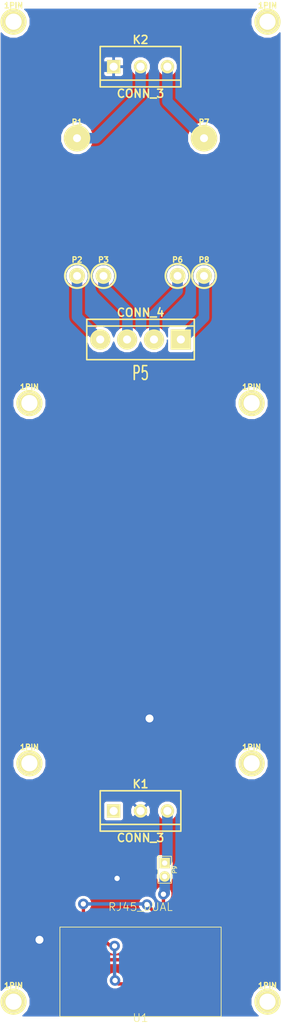
<source format=kicad_pcb>
(kicad_pcb (version 3) (host pcbnew "(2013-may-18)-stable")

  (general
    (links 24)
    (no_connects 0)
    (area 80.88 74.063 138.730501 267.149)
    (thickness 1.6)
    (drawings 12)
    (tracks 83)
    (zones 0)
    (modules 19)
    (nets 12)
  )

  (page A3)
  (layers
    (15 F.Cu signal)
    (0 B.Cu signal)
    (16 B.Adhes user)
    (17 F.Adhes user)
    (18 B.Paste user)
    (19 F.Paste user)
    (20 B.SilkS user)
    (21 F.SilkS user)
    (22 B.Mask user)
    (23 F.Mask user)
    (24 Dwgs.User user)
    (25 Cmts.User user)
    (26 Eco1.User user)
    (27 Eco2.User user)
    (28 Edge.Cuts user)
  )

  (setup
    (last_trace_width 0.64)
    (user_trace_width 0.64)
    (user_trace_width 2)
    (trace_clearance 0.254)
    (zone_clearance 0.508)
    (zone_45_only yes)
    (trace_min 0.254)
    (segment_width 0.2)
    (edge_width 0.15)
    (via_size 2)
    (via_drill 1.5)
    (via_min_size 0.889)
    (via_min_drill 0.508)
    (user_via 2 1)
    (uvia_size 0.508)
    (uvia_drill 0.127)
    (uvias_allowed no)
    (uvia_min_size 0.508)
    (uvia_min_drill 0.127)
    (pcb_text_width 0.3)
    (pcb_text_size 1.5 1.5)
    (mod_edge_width 0.15)
    (mod_text_size 1.5 1.5)
    (mod_text_width 0.15)
    (pad_size 2 2)
    (pad_drill 1)
    (pad_to_mask_clearance 0.2)
    (aux_axis_origin 0 0)
    (visible_elements FFFFFFBF)
    (pcbplotparams
      (layerselection 32769)
      (usegerberextensions false)
      (excludeedgelayer true)
      (linewidth 0.150000)
      (plotframeref false)
      (viasonmask false)
      (mode 1)
      (useauxorigin false)
      (hpglpennumber 1)
      (hpglpenspeed 20)
      (hpglpendiameter 15)
      (hpglpenoverlay 2)
      (psnegative false)
      (psa4output false)
      (plotreference true)
      (plotvalue true)
      (plotothertext true)
      (plotinvisibletext false)
      (padsonsilk false)
      (subtractmaskfromsilk false)
      (outputformat 2)
      (mirror false)
      (drillshape 2)
      (scaleselection 1)
      (outputdirectory ""))
  )

  (net 0 "")
  (net 1 GND)
  (net 2 N-000001)
  (net 3 N-0000010)
  (net 4 N-0000011)
  (net 5 N-0000012)
  (net 6 N-000002)
  (net 7 N-000003)
  (net 8 N-000005)
  (net 9 N-000007)
  (net 10 N-000008)
  (net 11 N-000009)

  (net_class Default "This is the default net class."
    (clearance 0.254)
    (trace_width 0.254)
    (via_dia 2)
    (via_drill 1.5)
    (uvia_dia 0.508)
    (uvia_drill 0.127)
    (add_net "")
    (add_net GND)
    (add_net N-000001)
    (add_net N-0000010)
    (add_net N-0000011)
    (add_net N-0000012)
    (add_net N-000002)
    (add_net N-000003)
    (add_net N-000005)
    (add_net N-000007)
    (add_net N-000008)
    (add_net N-000009)
  )

  (module 1pin (layer F.Cu) (tedit 544C31F1) (tstamp 544C31DA)
    (at 100 100)
    (descr "module 1 pin (ou trou mecanique de percage)")
    (tags DEV)
    (path /544C2F49)
    (fp_text reference P1 (at 0 -3.048) (layer F.SilkS)
      (effects (font (size 1.016 1.016) (thickness 0.254)))
    )
    (fp_text value CONN_1 (at 0 2.794) (layer F.SilkS) hide
      (effects (font (size 1.016 1.016) (thickness 0.254)))
    )
    (fp_circle (center 0 0) (end 0 -2.286) (layer F.SilkS) (width 0.381))
    (pad 1 thru_hole circle (at 0 0) (size 5 5) (drill 1.5)
      (layers *.Cu *.Mask F.SilkS)
      (net 7 N-000003)
    )
  )

  (module 1pin (layer F.Cu) (tedit 544C31F9) (tstamp 544C30FE)
    (at 124 100)
    (descr "module 1 pin (ou trou mecanique de percage)")
    (tags DEV)
    (path /544C2F60)
    (fp_text reference P7 (at 0 -3.048) (layer F.SilkS)
      (effects (font (size 1.016 1.016) (thickness 0.254)))
    )
    (fp_text value CONN_1 (at 0 2.794) (layer F.SilkS) hide
      (effects (font (size 1.016 1.016) (thickness 0.254)))
    )
    (fp_circle (center 0 0) (end 0 -2.286) (layer F.SilkS) (width 0.381))
    (pad 1 thru_hole circle (at 0 0) (size 5 5) (drill 1.5)
      (layers *.Cu *.Mask F.SilkS)
      (net 5 N-0000012)
    )
  )

  (module 1pin (layer F.Cu) (tedit 544C33BD) (tstamp 544C3104)
    (at 100 126)
    (descr "module 1 pin (ou trou mecanique de percage)")
    (tags DEV)
    (path /544C2F6A)
    (fp_text reference P2 (at 0 -3.048) (layer F.SilkS)
      (effects (font (size 1.016 1.016) (thickness 0.254)))
    )
    (fp_text value CONN_1 (at 0 2.794) (layer F.SilkS) hide
      (effects (font (size 1.016 1.016) (thickness 0.254)))
    )
    (fp_circle (center 0 0) (end 0 -2.286) (layer F.SilkS) (width 0.381))
    (pad 1 thru_hole circle (at 0 0) (size 3 3) (drill 1.5)
      (layers *.Cu *.Mask F.SilkS)
      (net 10 N-000008)
    )
  )

  (module 1pin (layer F.Cu) (tedit 544C33C7) (tstamp 544C310A)
    (at 105 126)
    (descr "module 1 pin (ou trou mecanique de percage)")
    (tags DEV)
    (path /544C2F70)
    (fp_text reference P3 (at 0 -3.048) (layer F.SilkS)
      (effects (font (size 1.016 1.016) (thickness 0.254)))
    )
    (fp_text value CONN_1 (at 0 2.794) (layer F.SilkS) hide
      (effects (font (size 1.016 1.016) (thickness 0.254)))
    )
    (fp_circle (center 0 0) (end 0 -2.286) (layer F.SilkS) (width 0.381))
    (pad 1 thru_hole circle (at 0 0) (size 3 3) (drill 1.5)
      (layers *.Cu *.Mask F.SilkS)
      (net 11 N-000009)
    )
  )

  (module 1pin (layer F.Cu) (tedit 544C33D5) (tstamp 544C3110)
    (at 124 126)
    (descr "module 1 pin (ou trou mecanique de percage)")
    (tags DEV)
    (path /544C2F76)
    (fp_text reference P8 (at 0 -3.048) (layer F.SilkS)
      (effects (font (size 1.016 1.016) (thickness 0.254)))
    )
    (fp_text value CONN_1 (at 0 2.794) (layer F.SilkS) hide
      (effects (font (size 1.016 1.016) (thickness 0.254)))
    )
    (fp_circle (center 0 0) (end 0 -2.286) (layer F.SilkS) (width 0.381))
    (pad 1 thru_hole circle (at 0 0) (size 3 3) (drill 1.5)
      (layers *.Cu *.Mask F.SilkS)
      (net 4 N-0000011)
    )
  )

  (module 1pin (layer F.Cu) (tedit 544C33CE) (tstamp 544C3116)
    (at 119 126)
    (descr "module 1 pin (ou trou mecanique de percage)")
    (tags DEV)
    (path /544C2F7C)
    (fp_text reference P6 (at 0 -3.048) (layer F.SilkS)
      (effects (font (size 1.016 1.016) (thickness 0.254)))
    )
    (fp_text value CONN_1 (at 0 2.794) (layer F.SilkS) hide
      (effects (font (size 1.016 1.016) (thickness 0.254)))
    )
    (fp_circle (center 0 0) (end 0 -2.286) (layer F.SilkS) (width 0.381))
    (pad 1 thru_hole circle (at 0 0) (size 3 3) (drill 1.5)
      (layers *.Cu *.Mask F.SilkS)
      (net 3 N-0000010)
    )
  )

  (module bornier4 (layer F.Cu) (tedit 3EC0ED29) (tstamp 544C32FF)
    (at 112 138 180)
    (descr "Bornier d'alimentation 4 pins")
    (tags DEV)
    (path /544C2F84)
    (fp_text reference P5 (at 0 -6.35 180) (layer F.SilkS)
      (effects (font (size 2.6162 1.59766) (thickness 0.3048)))
    )
    (fp_text value CONN_4 (at 0 5.08 180) (layer F.SilkS)
      (effects (font (size 1.524 1.524) (thickness 0.3048)))
    )
    (fp_line (start -10.16 -3.81) (end -10.16 3.81) (layer F.SilkS) (width 0.3048))
    (fp_line (start 10.16 3.81) (end 10.16 -3.81) (layer F.SilkS) (width 0.3048))
    (fp_line (start 10.16 2.54) (end -10.16 2.54) (layer F.SilkS) (width 0.3048))
    (fp_line (start -10.16 -3.81) (end 10.16 -3.81) (layer F.SilkS) (width 0.3048))
    (fp_line (start -10.16 3.81) (end 10.16 3.81) (layer F.SilkS) (width 0.3048))
    (pad 2 thru_hole circle (at -2.54 0 180) (size 3.81 3.81) (drill 1.524)
      (layers *.Cu *.Mask F.SilkS)
      (net 3 N-0000010)
    )
    (pad 3 thru_hole circle (at 2.54 0 180) (size 3.81 3.81) (drill 1.524)
      (layers *.Cu *.Mask F.SilkS)
      (net 11 N-000009)
    )
    (pad 1 thru_hole rect (at -7.62 0 180) (size 3.81 3.81) (drill 1.524)
      (layers *.Cu *.Mask F.SilkS)
      (net 4 N-0000011)
    )
    (pad 4 thru_hole circle (at 7.62 0 180) (size 3.81 3.81) (drill 1.524)
      (layers *.Cu *.Mask F.SilkS)
      (net 10 N-000008)
    )
    (model device/bornier_4.wrl
      (at (xyz 0 0 0))
      (scale (xyz 1 1 1))
      (rotate (xyz 0 0 0))
    )
  )

  (module bornier3 (layer F.Cu) (tedit 3EC0ECFA) (tstamp 544C330B)
    (at 112 227)
    (descr "Bornier d'alimentation 3 pins")
    (tags DEV)
    (path /544C2F9D)
    (fp_text reference K1 (at 0 -5.08) (layer F.SilkS)
      (effects (font (size 1.524 1.524) (thickness 0.3048)))
    )
    (fp_text value CONN_3 (at 0 5.08) (layer F.SilkS)
      (effects (font (size 1.524 1.524) (thickness 0.3048)))
    )
    (fp_line (start -7.62 3.81) (end -7.62 -3.81) (layer F.SilkS) (width 0.3048))
    (fp_line (start 7.62 3.81) (end 7.62 -3.81) (layer F.SilkS) (width 0.3048))
    (fp_line (start -7.62 2.54) (end 7.62 2.54) (layer F.SilkS) (width 0.3048))
    (fp_line (start -7.62 -3.81) (end 7.62 -3.81) (layer F.SilkS) (width 0.3048))
    (fp_line (start -7.62 3.81) (end 7.62 3.81) (layer F.SilkS) (width 0.3048))
    (pad 1 thru_hole rect (at -5.08 0) (size 2.54 2.54) (drill 1.524)
      (layers *.Cu *.Mask F.SilkS)
    )
    (pad 2 thru_hole circle (at 0 0) (size 2.54 2.54) (drill 1.524)
      (layers *.Cu *.Mask F.SilkS)
      (net 1 GND)
    )
    (pad 3 thru_hole circle (at 5.08 0) (size 2.54 2.54) (drill 1.524)
      (layers *.Cu *.Mask F.SilkS)
      (net 8 N-000005)
    )
    (model device/bornier_3.wrl
      (at (xyz 0 0 0))
      (scale (xyz 1 1 1))
      (rotate (xyz 0 0 0))
    )
  )

  (module 1pin (layer F.Cu) (tedit 544D63A9) (tstamp 544C8B48)
    (at 91 150)
    (descr "module 1 pin (ou trou mecanique de percage)")
    (tags DEV)
    (path 1pin)
    (fp_text reference 1PIN (at 0 -3.048) (layer F.SilkS)
      (effects (font (size 1.016 1.016) (thickness 0.254)))
    )
    (fp_text value P*** (at 0 2.794) (layer F.SilkS) hide
      (effects (font (size 1.016 1.016) (thickness 0.254)))
    )
    (fp_circle (center 0 0) (end 0 -2.286) (layer F.SilkS) (width 0.381))
    (pad 1 thru_hole circle (at 0 0) (size 4.064 4.064) (drill 3.048)
      (layers *.Cu *.Mask F.SilkS)
      (clearance 1)
    )
  )

  (module 1pin (layer F.Cu) (tedit 544D63A0) (tstamp 544C8B59)
    (at 133 150)
    (descr "module 1 pin (ou trou mecanique de percage)")
    (tags DEV)
    (path 1pin)
    (fp_text reference 1PIN (at 0 -3.048) (layer F.SilkS)
      (effects (font (size 1.016 1.016) (thickness 0.254)))
    )
    (fp_text value P*** (at 0 2.794) (layer F.SilkS) hide
      (effects (font (size 1.016 1.016) (thickness 0.254)))
    )
    (fp_circle (center 0 0) (end 0 -2.286) (layer F.SilkS) (width 0.381))
    (pad 1 thru_hole circle (at 0 0) (size 4.064 4.064) (drill 3.048)
      (layers *.Cu *.Mask F.SilkS)
      (clearance 1)
    )
  )

  (module 1pin (layer F.Cu) (tedit 544D6575) (tstamp 544C8B8B)
    (at 91 218)
    (descr "module 1 pin (ou trou mecanique de percage)")
    (tags DEV)
    (path 1pin)
    (fp_text reference 1PIN (at 0 -3.048) (layer F.SilkS)
      (effects (font (size 1.016 1.016) (thickness 0.254)))
    )
    (fp_text value P*** (at 0 2.794) (layer F.SilkS) hide
      (effects (font (size 1.016 1.016) (thickness 0.254)))
    )
    (fp_circle (center 0 0) (end 0 -2.286) (layer F.SilkS) (width 0.381))
    (pad 1 thru_hole circle (at 0 0) (size 4.064 4.064) (drill 3.048)
      (layers *.Cu *.Mask F.SilkS)
      (clearance 1)
    )
  )

  (module 1pin (layer F.Cu) (tedit 544D64F4) (tstamp 544C8BA1)
    (at 133 218)
    (descr "module 1 pin (ou trou mecanique de percage)")
    (tags DEV)
    (path 1pin)
    (fp_text reference 1PIN (at 0 -3.048) (layer F.SilkS)
      (effects (font (size 1.016 1.016) (thickness 0.254)))
    )
    (fp_text value P*** (at 0 2.794) (layer F.SilkS) hide
      (effects (font (size 1.016 1.016) (thickness 0.254)))
    )
    (fp_circle (center 0 0) (end 0 -2.286) (layer F.SilkS) (width 0.381))
    (pad 1 thru_hole circle (at 0 0) (size 4.064 4.064) (drill 3.048)
      (layers *.Cu *.Mask F.SilkS)
      (clearance 1)
    )
  )

  (module 1pin (layer F.Cu) (tedit 544D6398) (tstamp 544DB6A8)
    (at 136 78)
    (descr "module 1 pin (ou trou mecanique de percage)")
    (tags DEV)
    (path 1pin)
    (fp_text reference 1PIN (at 0 -3.048) (layer F.SilkS)
      (effects (font (size 1.016 1.016) (thickness 0.254)))
    )
    (fp_text value P*** (at 0 2.794) (layer F.SilkS) hide
      (effects (font (size 1.016 1.016) (thickness 0.254)))
    )
    (fp_circle (center 0 0) (end 0 -2.286) (layer F.SilkS) (width 0.381))
    (pad 1 thru_hole circle (at 0 0) (size 4.064 4.064) (drill 3.048)
      (layers *.Cu *.Mask F.SilkS)
      (clearance 1)
    )
  )

  (module PIN_ARRAY_2X1 (layer F.Cu) (tedit 544D683D) (tstamp 544DB6C4)
    (at 116.57 238.1 270)
    (descr "Connecteurs 2 pins")
    (tags "CONN DEV")
    (path /544D6287)
    (fp_text reference P9 (at 0 -1.905 270) (layer F.SilkS)
      (effects (font (size 0.762 0.762) (thickness 0.1524)))
    )
    (fp_text value FUSE (at 0 -1.905 270) (layer F.SilkS) hide
      (effects (font (size 0.762 0.762) (thickness 0.1524)))
    )
    (fp_line (start -2.54 1.27) (end -2.54 -1.27) (layer F.SilkS) (width 0.1524))
    (fp_line (start -2.54 -1.27) (end 2.54 -1.27) (layer F.SilkS) (width 0.1524))
    (fp_line (start 2.54 -1.27) (end 2.54 1.27) (layer F.SilkS) (width 0.1524))
    (fp_line (start 2.54 1.27) (end -2.54 1.27) (layer F.SilkS) (width 0.1524))
    (pad 1 thru_hole rect (at -1.27 0 270) (size 2 2) (drill 1)
      (layers *.Cu *.Mask F.SilkS)
      (net 8 N-000005)
    )
    (pad 2 thru_hole circle (at 1.27 0 270) (size 2 2) (drill 1)
      (layers *.Cu *.Mask F.SilkS)
      (net 9 N-000007)
    )
    (model pin_array/pins_array_2x1.wrl
      (at (xyz 0 0 0))
      (scale (xyz 1 1 1))
      (rotate (xyz 0 0 0))
    )
  )

  (module 1pin (layer F.Cu) (tedit 544D6569) (tstamp 544DB716)
    (at 88 78)
    (descr "module 1 pin (ou trou mecanique de percage)")
    (tags DEV)
    (path 1pin)
    (fp_text reference 1PIN (at 0 -3.048) (layer F.SilkS)
      (effects (font (size 1.016 1.016) (thickness 0.254)))
    )
    (fp_text value P*** (at 0 2.794) (layer F.SilkS) hide
      (effects (font (size 1.016 1.016) (thickness 0.254)))
    )
    (fp_circle (center 0 0) (end 0 -2.286) (layer F.SilkS) (width 0.381))
    (pad 1 thru_hole circle (at 0 0) (size 4.064 4.064) (drill 3.048)
      (layers *.Cu *.Mask F.SilkS)
      (clearance 1)
    )
  )

  (module 1pin (layer F.Cu) (tedit 544D657C) (tstamp 544DB72F)
    (at 88 263)
    (descr "module 1 pin (ou trou mecanique de percage)")
    (tags DEV)
    (path 1pin)
    (fp_text reference 1PIN (at 0 -3.048) (layer F.SilkS)
      (effects (font (size 1.016 1.016) (thickness 0.254)))
    )
    (fp_text value P*** (at 0 2.794) (layer F.SilkS) hide
      (effects (font (size 1.016 1.016) (thickness 0.254)))
    )
    (fp_circle (center 0 0) (end 0 -2.286) (layer F.SilkS) (width 0.381))
    (pad 1 thru_hole circle (at 0 0) (size 4.064 4.064) (drill 3.048)
      (layers *.Cu *.Mask F.SilkS)
      (clearance 1)
    )
  )

  (module 1pin (layer F.Cu) (tedit 544D64ED) (tstamp 544DB74D)
    (at 136 263)
    (descr "module 1 pin (ou trou mecanique de percage)")
    (tags DEV)
    (path 1pin)
    (fp_text reference 1PIN (at 0 -3.048) (layer F.SilkS)
      (effects (font (size 1.016 1.016) (thickness 0.254)))
    )
    (fp_text value P*** (at 0 2.794) (layer F.SilkS) hide
      (effects (font (size 1.016 1.016) (thickness 0.254)))
    )
    (fp_circle (center 0 0) (end 0 -2.286) (layer F.SilkS) (width 0.381))
    (pad 1 thru_hole circle (at 0 0) (size 4.064 4.064) (drill 3.048)
      (layers *.Cu *.Mask F.SilkS)
      (clearance 1)
    )
  )

  (module bornier3 (layer F.Cu) (tedit 3EC0ECFA) (tstamp 544FF6DF)
    (at 112 86.5)
    (descr "Bornier d'alimentation 3 pins")
    (tags DEV)
    (path /544FF6DC)
    (fp_text reference K2 (at 0 -5.08) (layer F.SilkS)
      (effects (font (size 1.524 1.524) (thickness 0.3048)))
    )
    (fp_text value CONN_3 (at 0 5.08) (layer F.SilkS)
      (effects (font (size 1.524 1.524) (thickness 0.3048)))
    )
    (fp_line (start -7.62 3.81) (end -7.62 -3.81) (layer F.SilkS) (width 0.3048))
    (fp_line (start 7.62 3.81) (end 7.62 -3.81) (layer F.SilkS) (width 0.3048))
    (fp_line (start -7.62 2.54) (end 7.62 2.54) (layer F.SilkS) (width 0.3048))
    (fp_line (start -7.62 -3.81) (end 7.62 -3.81) (layer F.SilkS) (width 0.3048))
    (fp_line (start -7.62 3.81) (end 7.62 3.81) (layer F.SilkS) (width 0.3048))
    (pad 1 thru_hole rect (at -5.08 0) (size 2.54 2.54) (drill 1.524)
      (layers *.Cu *.Mask F.SilkS)
      (net 1 GND)
    )
    (pad 2 thru_hole circle (at 0 0) (size 2.54 2.54) (drill 1.524)
      (layers *.Cu *.Mask F.SilkS)
      (net 7 N-000003)
    )
    (pad 3 thru_hole circle (at 5.08 0) (size 2.54 2.54) (drill 1.524)
      (layers *.Cu *.Mask F.SilkS)
      (net 5 N-0000012)
    )
    (model device/bornier_3.wrl
      (at (xyz 0 0 0))
      (scale (xyz 1 1 1))
      (rotate (xyz 0 0 0))
    )
  )

  (module RJ45_DUAL (layer F.Cu) (tedit 544FFA6D) (tstamp 544D5D64)
    (at 112 249.56)
    (path /544D5C0C)
    (fp_text reference U1 (at 0 16.51) (layer F.SilkS)
      (effects (font (size 1.5 1.5) (thickness 0.15)))
    )
    (fp_text value RJ45_DUAL (at 0 -4.445) (layer F.SilkS)
      (effects (font (size 1.5 1.5) (thickness 0.15)))
    )
    (fp_line (start 15.24 15.24) (end 15.24 16.255) (layer F.SilkS) (width 0.15))
    (fp_line (start -15.24 15.24) (end -15.24 16.255) (layer F.SilkS) (width 0.15))
    (fp_line (start -15.24 16.255) (end 15.24 16.255) (layer F.SilkS) (width 0.15))
    (fp_line (start 15.24 -0.635) (end 15.24 15.24) (layer F.SilkS) (width 0.15))
    (fp_line (start -15.24 15.24) (end -15.24 -0.635) (layer F.SilkS) (width 0.15))
    (fp_line (start -15.24 -0.635) (end 15.24 -0.635) (layer F.SilkS) (width 0.15))
    (pad 5 smd rect (at -6.985 -1.27) (size 0.64 2.54)
      (layers F.Cu F.Paste F.Mask)
      (net 2 N-000001)
    )
    (pad 6 smd rect (at -5.715 -1.27) (size 0.64 2.54)
      (layers F.Cu F.Paste F.Mask)
      (net 1 GND)
    )
    (pad 7 smd rect (at -4.445 -1.27) (size 0.64 2.54)
      (layers F.Cu F.Paste F.Mask)
      (net 1 GND)
    )
    (pad 8 smd rect (at -3.175 -1.27) (size 0.64 2.54)
      (layers F.Cu F.Paste F.Mask)
      (net 1 GND)
    )
    (pad 4 smd rect (at -8.255 -1.27) (size 0.64 2.54)
      (layers F.Cu F.Paste F.Mask)
      (net 6 N-000002)
    )
    (pad 3 smd rect (at -9.525 -1.27) (size 0.64 2.54)
      (layers F.Cu F.Paste F.Mask)
      (net 9 N-000007)
    )
    (pad 2 smd rect (at -10.795 -1.27) (size 0.64 2.54)
      (layers F.Cu F.Paste F.Mask)
      (net 9 N-000007)
    )
    (pad 1 smd rect (at -12.065 -1.27) (size 0.64 2.54)
      (layers F.Cu F.Paste F.Mask)
      (net 9 N-000007)
    )
    (pad 9 smd rect (at 3.175 -1.27) (size 0.64 2.54)
      (layers F.Cu F.Paste F.Mask)
      (net 9 N-000007)
    )
    (pad 10 smd rect (at 4.445 -1.27) (size 0.64 2.54)
      (layers F.Cu F.Paste F.Mask)
      (net 9 N-000007)
    )
    (pad 11 smd rect (at 5.715 -1.27) (size 0.64 2.54)
      (layers F.Cu F.Paste F.Mask)
      (net 9 N-000007)
    )
    (pad 12 smd rect (at 6.985 -1.27) (size 0.64 2.54)
      (layers F.Cu F.Paste F.Mask)
      (net 6 N-000002)
    )
    (pad 13 smd rect (at 8.255 -1.27) (size 0.64 2.54)
      (layers F.Cu F.Paste F.Mask)
      (net 2 N-000001)
    )
    (pad 14 smd rect (at 9.525 -1.27) (size 0.64 2.54)
      (layers F.Cu F.Paste F.Mask)
      (net 1 GND)
    )
    (pad 15 smd rect (at 10.795 -1.27) (size 0.64 2.54)
      (layers F.Cu F.Paste F.Mask)
      (net 1 GND)
    )
    (pad 16 smd rect (at 12.065 -1.27) (size 0.64 2.54)
      (layers F.Cu F.Paste F.Mask)
      (net 1 GND)
    )
    (pad 17 smd rect (at -13.97 10.525) (size 2.53 5.21)
      (layers F.Cu F.Paste F.Mask)
      (net 1 GND)
    )
    (pad 18 smd rect (at 13.97 10.525) (size 2.53 5.21)
      (layers F.Cu F.Paste F.Mask)
      (net 1 GND)
    )
  )

  (gr_line (start 138.46 264.46) (end 138.43 264.46) (angle 90) (layer Eco2.User) (width 0.2))
  (gr_line (start 138.46 265.84) (end 138.46 264.46) (angle 90) (layer Eco2.User) (width 0.2))
  (gr_line (start 85.55 264.74) (end 85.55 265.76) (angle 90) (layer Eco2.User) (width 0.2))
  (gr_text VSCP_POWER (at 88.28 238.25 90) (layer F.Cu)
    (effects (font (size 1.5 1.5) (thickness 0.3)))
  )
  (gr_line (start 85.54 215.51) (end 85.55 215.51) (angle 90) (layer Eco2.User) (width 0.2))
  (gr_line (start 85.54 75.53) (end 85.54 215.51) (angle 90) (layer Eco2.User) (width 0.2))
  (gr_line (start 138.45 75.53) (end 85.54 75.53) (angle 90) (layer Eco2.User) (width 0.2))
  (gr_line (start 138.45 74.96) (end 138.44 74.96) (angle 90) (layer Eco2.User) (width 0.2))
  (gr_line (start 138.45 264.46) (end 138.45 74.96) (angle 90) (layer Eco2.User) (width 0.2))
  (gr_line (start 85.55 264.8) (end 85.57 264.8) (angle 90) (layer Eco2.User) (width 0.2))
  (gr_line (start 85.55 215.54) (end 85.55 264.8) (angle 90) (layer Eco2.User) (width 0.2))
  (gr_line (start 85.58 265.83) (end 138.41 265.83) (angle 90) (layer Eco2.User) (width 0.2))

  (segment (start 127.86 248.07) (end 124.285 248.07) (width 0.64) (layer F.Cu) (net 1) (status 800000))
  (segment (start 124.285 248.07) (end 124.065 248.29) (width 0.64) (layer F.Cu) (net 1) (tstamp 546A6941) (status C00000))
  (segment (start 131.84 243.54) (end 131.84 244.21) (width 2) (layer F.Cu) (net 1))
  (segment (start 127.98 248.07) (end 127.86 248.07) (width 2) (layer F.Cu) (net 1) (tstamp 546A6933))
  (segment (start 127.86 248.07) (end 127.71 248.07) (width 2) (layer F.Cu) (net 1) (tstamp 546A693F))
  (segment (start 131.84 244.21) (end 127.98 248.07) (width 2) (layer F.Cu) (net 1) (tstamp 546A6932))
  (segment (start 107.57 239.73) (end 107.57 248.275) (width 0.64) (layer F.Cu) (net 1))
  (segment (start 112 235.3) (end 107.57 239.73) (width 2) (layer B.Cu) (net 1) (tstamp 544DB805))
  (via (at 107.57 239.73) (size 2) (drill 1) (layers F.Cu B.Cu) (net 1))
  (segment (start 112 227) (end 112 235.3) (width 2) (layer B.Cu) (net 1))
  (segment (start 107.57 248.275) (end 107.555 248.29) (width 0.64) (layer F.Cu) (net 1) (tstamp 544DB809))
  (segment (start 125.97 260.085) (end 125.97 258.76) (width 2) (layer F.Cu) (net 1))
  (segment (start 113.61 209.45) (end 99.95 209.45) (width 2) (layer B.Cu) (net 1) (tstamp 544FF774))
  (segment (start 113.7 209.54) (end 113.61 209.45) (width 2) (layer B.Cu) (net 1) (tstamp 544FF773))
  (via (at 113.7 209.54) (size 2) (layers F.Cu B.Cu) (net 1))
  (segment (start 114.51 209.54) (end 113.7 209.54) (width 2) (layer F.Cu) (net 1) (tstamp 544FF76B))
  (segment (start 131.84 226.87) (end 114.51 209.54) (width 2) (layer F.Cu) (net 1) (tstamp 544FF76A))
  (segment (start 131.84 252.89) (end 131.84 243.54) (width 2) (layer F.Cu) (net 1) (tstamp 544FF763))
  (segment (start 131.84 243.54) (end 131.84 226.87) (width 2) (layer F.Cu) (net 1) (tstamp 546A6930))
  (segment (start 125.97 258.76) (end 131.84 252.89) (width 2) (layer F.Cu) (net 1) (tstamp 544FF762))
  (segment (start 106.92 86.5) (end 98.66 86.5) (width 2) (layer B.Cu) (net 1))
  (segment (start 96.505 260.085) (end 98.03 260.085) (width 2) (layer F.Cu) (net 1) (tstamp 544FF730))
  (segment (start 92.9 256.48) (end 96.505 260.085) (width 2) (layer F.Cu) (net 1) (tstamp 544FF72B))
  (segment (start 92.9 251.32) (end 92.9 256.48) (width 2) (layer F.Cu) (net 1) (tstamp 544FF72A))
  (via (at 92.9 251.32) (size 2) (layers F.Cu B.Cu) (net 1))
  (segment (start 92.9 239.28) (end 92.9 251.32) (width 2) (layer B.Cu) (net 1) (tstamp 544FF722))
  (segment (start 99.95 232.23) (end 92.9 239.28) (width 2) (layer B.Cu) (net 1) (tstamp 544FF71B))
  (segment (start 99.95 146.68) (end 99.95 209.45) (width 2) (layer B.Cu) (net 1) (tstamp 544FF71A))
  (segment (start 99.95 209.45) (end 99.95 232.23) (width 2) (layer B.Cu) (net 1) (tstamp 544FF777))
  (segment (start 91.95 138.68) (end 99.95 146.68) (width 2) (layer B.Cu) (net 1) (tstamp 544FF715))
  (segment (start 91.95 93.21) (end 91.95 138.68) (width 2) (layer B.Cu) (net 1) (tstamp 544FF713))
  (segment (start 98.66 86.5) (end 91.95 93.21) (width 2) (layer B.Cu) (net 1) (tstamp 544FF70E))
  (segment (start 120.255 248.29) (end 120.255 258.645) (width 0.64) (layer F.Cu) (net 2))
  (segment (start 105.015 251.245) (end 105.015 248.29) (width 0.64) (layer F.Cu) (net 2) (tstamp 544DB7D6))
  (segment (start 106.07 252.3) (end 105.015 251.245) (width 0.64) (layer F.Cu) (net 2) (tstamp 544DB7D5))
  (segment (start 106.91 252.3) (end 106.07 252.3) (width 0.64) (layer F.Cu) (net 2) (tstamp 544DB7D4))
  (segment (start 107.1 252.49) (end 106.91 252.3) (width 0.64) (layer F.Cu) (net 2) (tstamp 544DB7D3))
  (via (at 107.1 252.49) (size 2) (drill 1) (layers F.Cu B.Cu) (net 2))
  (segment (start 107.1 258.92) (end 107.1 252.49) (width 0.64) (layer B.Cu) (net 2) (tstamp 544DB7D1))
  (segment (start 107.18 259) (end 107.1 258.92) (width 0.64) (layer B.Cu) (net 2) (tstamp 544DB7D0))
  (via (at 107.18 259) (size 2) (drill 1) (layers F.Cu B.Cu) (net 2))
  (segment (start 107.83 259.65) (end 107.18 259) (width 0.64) (layer F.Cu) (net 2) (tstamp 544DB7CE))
  (segment (start 119.25 259.65) (end 107.83 259.65) (width 0.64) (layer F.Cu) (net 2) (tstamp 544DB7CD))
  (segment (start 120.255 258.645) (end 119.25 259.65) (width 0.64) (layer F.Cu) (net 2) (tstamp 544DB7CC))
  (segment (start 119 126) (end 119 128.85) (width 2) (layer B.Cu) (net 3))
  (segment (start 114.61 133.24) (end 114.61 138.18) (width 2) (layer B.Cu) (net 3) (tstamp 544C33EF))
  (segment (start 119 128.85) (end 114.61 133.24) (width 2) (layer B.Cu) (net 3) (tstamp 544C33EB))
  (segment (start 124 126) (end 124 133.87) (width 2) (layer B.Cu) (net 4))
  (segment (start 124 133.87) (end 119.69 138.18) (width 2) (layer B.Cu) (net 4) (tstamp 544C33F3))
  (segment (start 117.08 86.5) (end 117.08 93.08) (width 2) (layer B.Cu) (net 5))
  (segment (start 117.08 93.08) (end 124 100) (width 2) (layer B.Cu) (net 5) (tstamp 544FF701))
  (segment (start 118.985 248.29) (end 118.985 253.625) (width 0.64) (layer F.Cu) (net 6))
  (segment (start 103.745 253.785) (end 103.745 248.29) (width 0.64) (layer F.Cu) (net 6) (tstamp 544D5F4A))
  (segment (start 105.05 255.09) (end 103.745 253.785) (width 0.64) (layer F.Cu) (net 6) (tstamp 544D5F46))
  (segment (start 117.52 255.09) (end 105.05 255.09) (width 0.64) (layer F.Cu) (net 6) (tstamp 544D5F44))
  (segment (start 118.985 253.625) (end 117.52 255.09) (width 0.64) (layer F.Cu) (net 6) (tstamp 544D5F41))
  (segment (start 112 86.5) (end 112 91.58) (width 2) (layer B.Cu) (net 7))
  (segment (start 103.58 100) (end 100 100) (width 2) (layer B.Cu) (net 7) (tstamp 544FF6FB))
  (segment (start 112 91.58) (end 103.58 100) (width 2) (layer B.Cu) (net 7) (tstamp 544FF6FA))
  (segment (start 117.08 227) (end 117.08 236.32) (width 2) (layer B.Cu) (net 8))
  (segment (start 117.08 236.32) (end 116.57 236.83) (width 2) (layer B.Cu) (net 8) (tstamp 544DB6DE))
  (segment (start 115.175 248.29) (end 115.175 246.645) (width 0.64) (layer F.Cu) (net 9))
  (segment (start 101.205 244.565) (end 101.205 248.29) (width 0.64) (layer F.Cu) (net 9) (tstamp 544DB7C8))
  (segment (start 101.19 244.55) (end 101.205 244.565) (width 0.64) (layer F.Cu) (net 9) (tstamp 544DB7C7))
  (via (at 101.19 244.55) (size 2) (drill 1) (layers F.Cu B.Cu) (net 9))
  (segment (start 113.08 244.55) (end 101.19 244.55) (width 0.64) (layer B.Cu) (net 9) (tstamp 544DB7C5))
  (segment (start 113.21 244.68) (end 113.08 244.55) (width 0.64) (layer B.Cu) (net 9) (tstamp 544DB7C4))
  (via (at 113.21 244.68) (size 2) (drill 1) (layers F.Cu B.Cu) (net 9))
  (segment (start 115.175 246.645) (end 113.21 244.68) (width 0.64) (layer F.Cu) (net 9) (tstamp 544DB7C2))
  (segment (start 116.33 242.72) (end 116.33 248.175) (width 0.64) (layer F.Cu) (net 9))
  (segment (start 116.57 242.48) (end 116.33 242.72) (width 2) (layer B.Cu) (net 9) (tstamp 544DB7BA))
  (via (at 116.33 242.72) (size 2) (drill 1) (layers F.Cu B.Cu) (net 9))
  (segment (start 116.57 239.37) (end 116.57 242.48) (width 2) (layer B.Cu) (net 9))
  (segment (start 116.33 248.175) (end 116.445 248.29) (width 0.64) (layer F.Cu) (net 9) (tstamp 544DB7BE))
  (segment (start 116.445 248.29) (end 117.715 248.29) (width 0.64) (layer F.Cu) (net 9))
  (segment (start 116.445 248.29) (end 115.175 248.29) (width 0.64) (layer F.Cu) (net 9))
  (segment (start 101.205 248.29) (end 102.475 248.29) (width 0.64) (layer F.Cu) (net 9))
  (segment (start 99.935 248.29) (end 101.205 248.29) (width 0.64) (layer F.Cu) (net 9))
  (segment (start 100 126) (end 100 133.73) (width 2) (layer B.Cu) (net 10))
  (segment (start 100 133.73) (end 104.45 138.18) (width 2) (layer B.Cu) (net 10) (tstamp 544C33DA))
  (segment (start 105 126) (end 105 128.12) (width 2) (layer B.Cu) (net 11))
  (segment (start 109.53 132.65) (end 109.53 138.18) (width 2) (layer B.Cu) (net 11) (tstamp 544C33E5))
  (segment (start 105 128.12) (end 109.53 132.65) (width 2) (layer B.Cu) (net 11) (tstamp 544C33E0))

  (zone (net 0) (net_name "") (layer F.Cu) (tstamp 544DB794) (hatch edge 0.508)
    (connect_pads (clearance 0.508))
    (min_thickness 0.254)
    (keepout (tracks not_allowed) (vias not_allowed) (copperpour allowed))
    (fill (arc_segments 16) (thermal_gap 0.508) (thermal_bridge_width 0.508))
    (polygon
      (pts
        (xy 89.52 230.61) (xy 89.51 230.6) (xy 89.52 230.6)
      )
    )
  )
  (zone (net 0) (net_name "") (layer F.Cu) (tstamp 544DB796) (hatch edge 0.508)
    (connect_pads (clearance 0.508))
    (min_thickness 0.254)
    (keepout (tracks not_allowed) (vias not_allowed) (copperpour allowed))
    (fill (arc_segments 16) (thermal_gap 0.508) (thermal_bridge_width 0.508))
    (polygon
      (pts
        (xy 89.52 246.25) (xy 86.59 246.25) (xy 86.59 230.61) (xy 89.52 230.61)
      )
    )
  )
  (zone (net 1) (net_name GND) (layer F.Cu) (tstamp 54505DC5) (hatch edge 0.508)
    (connect_pads (clearance 0.508))
    (min_thickness 0.254)
    (fill (arc_segments 16) (thermal_gap 0.508) (thermal_bridge_width 0.508))
    (polygon
      (pts
        (xy 138.43 265.79) (xy 85.56 265.79) (xy 85.56 75.55) (xy 138.43 75.55)
      )
    )
    (filled_polygon
      (pts
        (xy 138.303 260.835619) (xy 137.791766 260.323492) (xy 136.631121 259.84155) (xy 136.159547 259.841138) (xy 136.159547 217.374393)
        (xy 136.159547 149.374393) (xy 135.679631 148.212908) (xy 134.791766 147.323492) (xy 133.631121 146.84155) (xy 132.374393 146.840453)
        (xy 131.212908 147.320369) (xy 130.323492 148.208234) (xy 129.84155 149.368879) (xy 129.840453 150.625607) (xy 130.320369 151.787092)
        (xy 131.208234 152.676508) (xy 132.368879 153.15845) (xy 133.625607 153.159547) (xy 134.787092 152.679631) (xy 135.676508 151.791766)
        (xy 136.15845 150.631121) (xy 136.159547 149.374393) (xy 136.159547 217.374393) (xy 135.679631 216.212908) (xy 134.791766 215.323492)
        (xy 133.631121 214.84155) (xy 132.374393 214.840453) (xy 131.212908 215.320369) (xy 130.323492 216.208234) (xy 129.84155 217.368879)
        (xy 129.840453 218.625607) (xy 130.320369 219.787092) (xy 131.208234 220.676508) (xy 132.368879 221.15845) (xy 133.625607 221.159547)
        (xy 134.787092 220.679631) (xy 135.676508 219.791766) (xy 136.15845 218.631121) (xy 136.159547 217.374393) (xy 136.159547 259.841138)
        (xy 135.374393 259.840453) (xy 134.212908 260.320369) (xy 133.323492 261.208234) (xy 132.84155 262.368879) (xy 132.840453 263.625607)
        (xy 133.320369 264.787092) (xy 134.194749 265.663) (xy 127.87011 265.663) (xy 127.87011 262.564245) (xy 127.87011 257.605755)
        (xy 127.869889 257.353136) (xy 127.773013 257.119832) (xy 127.594229 256.941359) (xy 127.360755 256.84489) (xy 127.135543 256.844912)
        (xy 127.135543 99.379146) (xy 126.659273 98.226485) (xy 125.778153 97.343826) (xy 124.626326 96.865546) (xy 123.379146 96.864457)
        (xy 122.226485 97.340727) (xy 121.343826 98.221847) (xy 120.865546 99.373674) (xy 120.864457 100.620854) (xy 121.340727 101.773515)
        (xy 122.221847 102.656174) (xy 123.373674 103.134454) (xy 124.620854 103.135543) (xy 125.773515 102.659273) (xy 126.656174 101.778153)
        (xy 127.134454 100.626326) (xy 127.135543 99.379146) (xy 127.135543 256.844912) (xy 126.25575 256.845) (xy 126.13537 256.96538)
        (xy 126.13537 125.577185) (xy 125.81102 124.7922) (xy 125.210959 124.191091) (xy 124.426541 123.865372) (xy 123.577185 123.86463)
        (xy 122.7922 124.18898) (xy 122.191091 124.789041) (xy 121.865372 125.573459) (xy 121.86463 126.422815) (xy 122.18898 127.2078)
        (xy 122.789041 127.808909) (xy 123.573459 128.134628) (xy 124.422815 128.13537) (xy 125.2078 127.81102) (xy 125.808909 127.210959)
        (xy 126.134628 126.426541) (xy 126.13537 125.577185) (xy 126.13537 256.96538) (xy 126.097 257.00375) (xy 126.097 259.958)
        (xy 127.71125 259.958) (xy 127.87 259.79925) (xy 127.87011 257.605755) (xy 127.87011 262.564245) (xy 127.87 260.37075)
        (xy 127.71125 260.212) (xy 126.097 260.212) (xy 126.097 263.16625) (xy 126.25575 263.325) (xy 127.360755 263.32511)
        (xy 127.594229 263.228641) (xy 127.773013 263.050168) (xy 127.869889 262.816864) (xy 127.87011 262.564245) (xy 127.87011 265.663)
        (xy 125.843 265.663) (xy 125.843 263.16625) (xy 125.843 260.212) (xy 125.843 259.958) (xy 125.843 257.00375)
        (xy 125.68425 256.845) (xy 125.02011 256.844933) (xy 125.02011 249.434245) (xy 125.02011 247.145755) (xy 125.019889 246.893136)
        (xy 124.923013 246.659832) (xy 124.744229 246.481359) (xy 124.510755 246.38489) (xy 124.35075 246.385) (xy 124.192 246.54375)
        (xy 124.192 248.163) (xy 124.86125 248.163) (xy 125.02 248.00425) (xy 125.02011 247.145755) (xy 125.02011 249.434245)
        (xy 125.02 248.57575) (xy 124.86125 248.417) (xy 124.192 248.417) (xy 124.192 250.03625) (xy 124.35075 250.195)
        (xy 124.510755 250.19511) (xy 124.744229 250.098641) (xy 124.923013 249.920168) (xy 125.019889 249.686864) (xy 125.02011 249.434245)
        (xy 125.02011 256.844933) (xy 124.579245 256.84489) (xy 124.345771 256.941359) (xy 124.166987 257.119832) (xy 124.070111 257.353136)
        (xy 124.06989 257.605755) (xy 124.07 259.79925) (xy 124.22875 259.958) (xy 125.843 259.958) (xy 125.843 260.212)
        (xy 124.22875 260.212) (xy 124.07 260.37075) (xy 124.06989 262.564245) (xy 124.070111 262.816864) (xy 124.166987 263.050168)
        (xy 124.345771 263.228641) (xy 124.579245 263.32511) (xy 125.68425 263.325) (xy 125.843 263.16625) (xy 125.843 265.663)
        (xy 123.938 265.663) (xy 123.938 250.03625) (xy 123.938 248.417) (xy 123.938 248.163) (xy 123.938 246.54375)
        (xy 123.77925 246.385) (xy 123.619245 246.38489) (xy 123.43 246.463084) (xy 123.240755 246.38489) (xy 123.08075 246.385)
        (xy 122.922 246.54375) (xy 122.922 248.163) (xy 123.26875 248.163) (xy 123.59125 248.163) (xy 123.938 248.163)
        (xy 123.938 248.417) (xy 123.59125 248.417) (xy 123.26875 248.417) (xy 122.922 248.417) (xy 122.922 250.03625)
        (xy 123.08075 250.195) (xy 123.240755 250.19511) (xy 123.43 250.116915) (xy 123.619245 250.19511) (xy 123.77925 250.195)
        (xy 123.938 250.03625) (xy 123.938 265.663) (xy 122.668 265.663) (xy 122.668 250.03625) (xy 122.668 248.417)
        (xy 122.668 248.163) (xy 122.668 246.54375) (xy 122.50925 246.385) (xy 122.349245 246.38489) (xy 122.16011 246.463038)
        (xy 122.16011 139.779245) (xy 122.16011 135.969245) (xy 122.063641 135.735771) (xy 121.885168 135.556987) (xy 121.651864 135.460111)
        (xy 121.399245 135.45989) (xy 121.13537 135.45989) (xy 121.13537 125.577185) (xy 120.81102 124.7922) (xy 120.210959 124.191091)
        (xy 119.426541 123.865372) (xy 118.98533 123.864986) (xy 118.98533 86.122735) (xy 118.695922 85.422314) (xy 118.160505 84.885961)
        (xy 117.46059 84.595332) (xy 116.702735 84.59467) (xy 116.002314 84.884078) (xy 115.465961 85.419495) (xy 115.175332 86.11941)
        (xy 115.17467 86.877265) (xy 115.464078 87.577686) (xy 115.999495 88.114039) (xy 116.69941 88.404668) (xy 117.457265 88.40533)
        (xy 118.157686 88.115922) (xy 118.694039 87.580505) (xy 118.984668 86.88059) (xy 118.98533 86.122735) (xy 118.98533 123.864986)
        (xy 118.577185 123.86463) (xy 117.7922 124.18898) (xy 117.191091 124.789041) (xy 116.865372 125.573459) (xy 116.86463 126.422815)
        (xy 117.18898 127.2078) (xy 117.789041 127.808909) (xy 118.573459 128.134628) (xy 119.422815 128.13537) (xy 120.2078 127.81102)
        (xy 120.808909 127.210959) (xy 121.134628 126.426541) (xy 121.13537 125.577185) (xy 121.13537 135.45989) (xy 117.589245 135.45989)
        (xy 117.355771 135.556359) (xy 117.176987 135.734832) (xy 117.080111 135.968136) (xy 117.07989 136.220755) (xy 117.07989 137.49565)
        (xy 116.694562 136.563086) (xy 115.980673 135.847949) (xy 115.047454 135.460442) (xy 114.036979 135.459561) (xy 113.90533 135.513957)
        (xy 113.90533 86.122735) (xy 113.615922 85.422314) (xy 113.080505 84.885961) (xy 112.38059 84.595332) (xy 111.622735 84.59467)
        (xy 110.922314 84.884078) (xy 110.385961 85.419495) (xy 110.095332 86.11941) (xy 110.09467 86.877265) (xy 110.384078 87.577686)
        (xy 110.919495 88.114039) (xy 111.61941 88.404668) (xy 112.377265 88.40533) (xy 113.077686 88.115922) (xy 113.614039 87.580505)
        (xy 113.904668 86.88059) (xy 113.90533 86.122735) (xy 113.90533 135.513957) (xy 113.103086 135.845438) (xy 112.387949 136.559327)
        (xy 112.000442 137.492546) (xy 112.000438 137.496976) (xy 111.614562 136.563086) (xy 110.900673 135.847949) (xy 109.967454 135.460442)
        (xy 108.956979 135.459561) (xy 108.82511 135.514048) (xy 108.82511 87.644245) (xy 108.82511 85.355755) (xy 108.824889 85.103136)
        (xy 108.728013 84.869832) (xy 108.549229 84.691359) (xy 108.315755 84.59489) (xy 107.20575 84.595) (xy 107.047 84.75375)
        (xy 107.047 86.373) (xy 108.66625 86.373) (xy 108.825 86.21425) (xy 108.82511 85.355755) (xy 108.82511 87.644245)
        (xy 108.825 86.78575) (xy 108.66625 86.627) (xy 107.047 86.627) (xy 107.047 88.24625) (xy 107.20575 88.405)
        (xy 108.315755 88.40511) (xy 108.549229 88.308641) (xy 108.728013 88.130168) (xy 108.824889 87.896864) (xy 108.82511 87.644245)
        (xy 108.82511 135.514048) (xy 108.023086 135.845438) (xy 107.307949 136.559327) (xy 107.13537 136.974942) (xy 107.13537 125.577185)
        (xy 106.81102 124.7922) (xy 106.793 124.774148) (xy 106.793 88.24625) (xy 106.793 86.627) (xy 106.793 86.373)
        (xy 106.793 84.75375) (xy 106.63425 84.595) (xy 105.524245 84.59489) (xy 105.290771 84.691359) (xy 105.111987 84.869832)
        (xy 105.015111 85.103136) (xy 105.01489 85.355755) (xy 105.015 86.21425) (xy 105.17375 86.373) (xy 106.793 86.373)
        (xy 106.793 86.627) (xy 105.17375 86.627) (xy 105.015 86.78575) (xy 105.01489 87.644245) (xy 105.015111 87.896864)
        (xy 105.111987 88.130168) (xy 105.290771 88.308641) (xy 105.524245 88.40511) (xy 106.63425 88.405) (xy 106.793 88.24625)
        (xy 106.793 124.774148) (xy 106.210959 124.191091) (xy 105.426541 123.865372) (xy 104.577185 123.86463) (xy 103.7922 124.18898)
        (xy 103.191091 124.789041) (xy 103.135543 124.922815) (xy 103.135543 99.379146) (xy 102.659273 98.226485) (xy 101.778153 97.343826)
        (xy 100.626326 96.865546) (xy 99.379146 96.864457) (xy 98.226485 97.340727) (xy 97.343826 98.221847) (xy 96.865546 99.373674)
        (xy 96.864457 100.620854) (xy 97.340727 101.773515) (xy 98.221847 102.656174) (xy 99.373674 103.134454) (xy 100.620854 103.135543)
        (xy 101.773515 102.659273) (xy 102.656174 101.778153) (xy 103.134454 100.626326) (xy 103.135543 99.379146) (xy 103.135543 124.922815)
        (xy 102.865372 125.573459) (xy 102.86463 126.422815) (xy 103.18898 127.2078) (xy 103.789041 127.808909) (xy 104.573459 128.134628)
        (xy 105.422815 128.13537) (xy 106.2078 127.81102) (xy 106.808909 127.210959) (xy 107.134628 126.426541) (xy 107.13537 125.577185)
        (xy 107.13537 136.974942) (xy 106.920442 137.492546) (xy 106.920438 137.496976) (xy 106.534562 136.563086) (xy 105.820673 135.847949)
        (xy 104.887454 135.460442) (xy 103.876979 135.459561) (xy 102.943086 135.845438) (xy 102.227949 136.559327) (xy 102.13537 136.782281)
        (xy 102.13537 125.577185) (xy 101.81102 124.7922) (xy 101.210959 124.191091) (xy 100.426541 123.865372) (xy 99.577185 123.86463)
        (xy 98.7922 124.18898) (xy 98.191091 124.789041) (xy 97.865372 125.573459) (xy 97.86463 126.422815) (xy 98.18898 127.2078)
        (xy 98.789041 127.808909) (xy 99.573459 128.134628) (xy 100.422815 128.13537) (xy 101.2078 127.81102) (xy 101.808909 127.210959)
        (xy 102.134628 126.426541) (xy 102.13537 125.577185) (xy 102.13537 136.782281) (xy 101.840442 137.492546) (xy 101.839561 138.503021)
        (xy 102.225438 139.436914) (xy 102.939327 140.152051) (xy 103.872546 140.539558) (xy 104.883021 140.540439) (xy 105.816914 140.154562)
        (xy 106.532051 139.440673) (xy 106.919558 138.507454) (xy 106.919561 138.503023) (xy 107.305438 139.436914) (xy 108.019327 140.152051)
        (xy 108.952546 140.539558) (xy 109.963021 140.540439) (xy 110.896914 140.154562) (xy 111.612051 139.440673) (xy 111.999558 138.507454)
        (xy 111.999561 138.503023) (xy 112.385438 139.436914) (xy 113.099327 140.152051) (xy 114.032546 140.539558) (xy 115.043021 140.540439)
        (xy 115.976914 140.154562) (xy 116.692051 139.440673) (xy 117.079558 138.507454) (xy 117.07989 138.126662) (xy 117.07989 140.030755)
        (xy 117.176359 140.264229) (xy 117.354832 140.443013) (xy 117.588136 140.539889) (xy 117.840755 140.54011) (xy 121.650755 140.54011)
        (xy 121.884229 140.443641) (xy 122.063013 140.265168) (xy 122.159889 140.031864) (xy 122.16011 139.779245) (xy 122.16011 246.463038)
        (xy 122.16 246.463084) (xy 121.970755 246.38489) (xy 121.81075 246.385) (xy 121.652 246.54375) (xy 121.652 248.163)
        (xy 121.99875 248.163) (xy 122.32125 248.163) (xy 122.668 248.163) (xy 122.668 248.417) (xy 122.32125 248.417)
        (xy 121.99875 248.417) (xy 121.652 248.417) (xy 121.652 250.03625) (xy 121.81075 250.195) (xy 121.970755 250.19511)
        (xy 122.16 250.116915) (xy 122.349245 250.19511) (xy 122.50925 250.195) (xy 122.668 250.03625) (xy 122.668 265.663)
        (xy 121.398 265.663) (xy 121.398 250.03625) (xy 121.398 248.417) (xy 121.378 248.417) (xy 121.378 248.163)
        (xy 121.398 248.163) (xy 121.398 246.54375) (xy 121.23925 246.385) (xy 121.079245 246.38489) (xy 120.889821 246.463157)
        (xy 120.701864 246.385111) (xy 120.449245 246.38489) (xy 119.809245 246.38489) (xy 119.619821 246.463157) (xy 119.431864 246.385111)
        (xy 119.179245 246.38489) (xy 118.98533 246.38489) (xy 118.98533 226.622735) (xy 118.695922 225.922314) (xy 118.160505 225.385961)
        (xy 117.46059 225.095332) (xy 116.702735 225.09467) (xy 116.002314 225.384078) (xy 115.465961 225.919495) (xy 115.175332 226.61941)
        (xy 115.17467 227.377265) (xy 115.464078 228.077686) (xy 115.999495 228.614039) (xy 116.69941 228.904668) (xy 117.457265 228.90533)
        (xy 118.157686 228.615922) (xy 118.694039 228.080505) (xy 118.984668 227.38059) (xy 118.98533 226.622735) (xy 118.98533 246.38489)
        (xy 118.539245 246.38489) (xy 118.349821 246.463157) (xy 118.205283 246.40314) (xy 118.205283 239.046205) (xy 117.956893 238.445057)
        (xy 117.894807 238.382863) (xy 117.929229 238.368641) (xy 118.108013 238.190168) (xy 118.204889 237.956864) (xy 118.20511 237.704245)
        (xy 118.20511 235.704245) (xy 118.108641 235.470771) (xy 117.930168 235.291987) (xy 117.696864 235.195111) (xy 117.444245 235.19489)
        (xy 115.444245 235.19489) (xy 115.210771 235.291359) (xy 115.031987 235.469832) (xy 114.935111 235.703136) (xy 114.93489 235.955755)
        (xy 114.93489 237.955755) (xy 115.031359 238.189229) (xy 115.209832 238.368013) (xy 115.244893 238.382571) (xy 115.184723 238.442638)
        (xy 114.935285 239.043352) (xy 114.934717 239.693795) (xy 115.183107 240.294943) (xy 115.642638 240.755277) (xy 116.243352 241.004715)
        (xy 116.893795 241.005283) (xy 117.494943 240.756893) (xy 117.955277 240.297362) (xy 118.204715 239.696648) (xy 118.205283 239.046205)
        (xy 118.205283 246.40314) (xy 118.161864 246.385111) (xy 117.909245 246.38489) (xy 117.285 246.38489) (xy 117.285 244.076889)
        (xy 117.715278 243.647363) (xy 117.964716 243.046648) (xy 117.965284 242.396205) (xy 117.716894 241.795057) (xy 117.257363 241.334722)
        (xy 116.656648 241.085284) (xy 116.006205 241.084716) (xy 115.405057 241.333106) (xy 114.944722 241.792637) (xy 114.695284 242.393352)
        (xy 114.694716 243.043795) (xy 114.943106 243.644943) (xy 115.375 244.077592) (xy 115.375 245.494426) (xy 114.844753 244.964179)
        (xy 114.845284 244.356205) (xy 114.596894 243.755057) (xy 114.137363 243.294722) (xy 113.91426 243.202081) (xy 113.91426 227.328964)
        (xy 113.894435 226.571368) (xy 113.642656 225.963521) (xy 113.347776 225.831829) (xy 113.168171 226.011434) (xy 113.168171 225.652224)
        (xy 113.036479 225.357344) (xy 112.328964 225.08574) (xy 111.571368 225.105565) (xy 110.963521 225.357344) (xy 110.831829 225.652224)
        (xy 112 226.820395) (xy 113.168171 225.652224) (xy 113.168171 226.011434) (xy 112.179605 227) (xy 113.347776 228.168171)
        (xy 113.642656 228.036479) (xy 113.91426 227.328964) (xy 113.91426 243.202081) (xy 113.536648 243.045284) (xy 113.168171 243.044962)
        (xy 113.168171 228.347776) (xy 112 227.179605) (xy 111.820395 227.35921) (xy 111.820395 227) (xy 110.652224 225.831829)
        (xy 110.357344 225.963521) (xy 110.08574 226.671036) (xy 110.105565 227.428632) (xy 110.357344 228.036479) (xy 110.652224 228.168171)
        (xy 111.820395 227) (xy 111.820395 227.35921) (xy 110.831829 228.347776) (xy 110.963521 228.642656) (xy 111.671036 228.91426)
        (xy 112.428632 228.894435) (xy 113.036479 228.642656) (xy 113.168171 228.347776) (xy 113.168171 243.044962) (xy 112.886205 243.044716)
        (xy 112.285057 243.293106) (xy 111.824722 243.752637) (xy 111.575284 244.353352) (xy 111.574716 245.003795) (xy 111.823106 245.604943)
        (xy 112.282637 246.065278) (xy 112.883352 246.314716) (xy 113.494675 246.315249) (xy 114.219982 247.040556) (xy 114.21989 247.145755)
        (xy 114.21989 249.685755) (xy 114.316359 249.919229) (xy 114.494832 250.098013) (xy 114.728136 250.194889) (xy 114.980755 250.19511)
        (xy 115.620755 250.19511) (xy 115.810178 250.116842) (xy 115.998136 250.194889) (xy 116.250755 250.19511) (xy 116.890755 250.19511)
        (xy 117.080178 250.116842) (xy 117.268136 250.194889) (xy 117.520755 250.19511) (xy 118.03 250.19511) (xy 118.03 253.229426)
        (xy 117.124426 254.135) (xy 109.78011 254.135) (xy 109.78011 249.434245) (xy 109.78011 247.145755) (xy 109.779889 246.893136)
        (xy 109.683013 246.659832) (xy 109.504229 246.481359) (xy 109.270755 246.38489) (xy 109.11075 246.385) (xy 108.952 246.54375)
        (xy 108.952 248.163) (xy 109.62125 248.163) (xy 109.78 248.00425) (xy 109.78011 247.145755) (xy 109.78011 249.434245)
        (xy 109.78 248.57575) (xy 109.62125 248.417) (xy 108.952 248.417) (xy 108.952 250.03625) (xy 109.11075 250.195)
        (xy 109.270755 250.19511) (xy 109.504229 250.098641) (xy 109.683013 249.920168) (xy 109.779889 249.686864) (xy 109.78011 249.434245)
        (xy 109.78011 254.135) (xy 108.82511 254.135) (xy 108.82511 228.144245) (xy 108.82511 225.604245) (xy 108.728641 225.370771)
        (xy 108.550168 225.191987) (xy 108.316864 225.095111) (xy 108.064245 225.09489) (xy 105.524245 225.09489) (xy 105.290771 225.191359)
        (xy 105.111987 225.369832) (xy 105.015111 225.603136) (xy 105.01489 225.855755) (xy 105.01489 228.395755) (xy 105.111359 228.629229)
        (xy 105.289832 228.808013) (xy 105.523136 228.904889) (xy 105.775755 228.90511) (xy 108.315755 228.90511) (xy 108.549229 228.808641)
        (xy 108.728013 228.630168) (xy 108.824889 228.396864) (xy 108.82511 228.144245) (xy 108.82511 254.135) (xy 105.445573 254.135)
        (xy 104.7 253.389426) (xy 104.7 252.280574) (xy 105.394713 252.975287) (xy 105.583589 253.10149) (xy 105.713106 253.414943)
        (xy 106.172637 253.875278) (xy 106.773352 254.124716) (xy 107.423795 254.125284) (xy 108.024943 253.876894) (xy 108.485278 253.417363)
        (xy 108.734716 252.816648) (xy 108.735284 252.166205) (xy 108.698 252.075971) (xy 108.698 250.03625) (xy 108.698 248.417)
        (xy 108.698 248.163) (xy 108.698 246.54375) (xy 108.53925 246.385) (xy 108.379245 246.38489) (xy 108.19 246.463084)
        (xy 108.000755 246.38489) (xy 107.84075 246.385) (xy 107.682 246.54375) (xy 107.682 248.163) (xy 108.02875 248.163)
        (xy 108.35125 248.163) (xy 108.698 248.163) (xy 108.698 248.417) (xy 108.35125 248.417) (xy 108.02875 248.417)
        (xy 107.682 248.417) (xy 107.682 250.03625) (xy 107.84075 250.195) (xy 108.000755 250.19511) (xy 108.19 250.116915)
        (xy 108.379245 250.19511) (xy 108.53925 250.195) (xy 108.698 250.03625) (xy 108.698 252.075971) (xy 108.486894 251.565057)
        (xy 108.027363 251.104722) (xy 107.428 250.855845) (xy 107.428 250.03625) (xy 107.428 248.417) (xy 107.428 248.163)
        (xy 107.428 246.54375) (xy 107.26925 246.385) (xy 107.109245 246.38489) (xy 106.92 246.463084) (xy 106.730755 246.38489)
        (xy 106.57075 246.385) (xy 106.412 246.54375) (xy 106.412 248.163) (xy 106.75875 248.163) (xy 107.08125 248.163)
        (xy 107.428 248.163) (xy 107.428 248.417) (xy 107.08125 248.417) (xy 106.75875 248.417) (xy 106.412 248.417)
        (xy 106.412 250.03625) (xy 106.57075 250.195) (xy 106.730755 250.19511) (xy 106.92 250.116915) (xy 107.109245 250.19511)
        (xy 107.26925 250.195) (xy 107.428 250.03625) (xy 107.428 250.855845) (xy 107.426648 250.855284) (xy 106.776205 250.854716)
        (xy 106.209463 251.088889) (xy 105.97 250.849426) (xy 105.97 250.19502) (xy 105.99925 250.195) (xy 106.158 250.03625)
        (xy 106.158 248.417) (xy 106.138 248.417) (xy 106.138 248.163) (xy 106.158 248.163) (xy 106.158 246.54375)
        (xy 105.99925 246.385) (xy 105.839245 246.38489) (xy 105.649821 246.463157) (xy 105.461864 246.385111) (xy 105.209245 246.38489)
        (xy 104.569245 246.38489) (xy 104.379821 246.463157) (xy 104.191864 246.385111) (xy 103.939245 246.38489) (xy 103.299245 246.38489)
        (xy 103.109821 246.463157) (xy 102.921864 246.385111) (xy 102.669245 246.38489) (xy 102.16 246.38489) (xy 102.16 245.891915)
        (xy 102.575278 245.477363) (xy 102.824716 244.876648) (xy 102.825284 244.226205) (xy 102.576894 243.625057) (xy 102.117363 243.164722)
        (xy 101.516648 242.915284) (xy 100.866205 242.914716) (xy 100.265057 243.163106) (xy 99.804722 243.622637) (xy 99.555284 244.223352)
        (xy 99.554716 244.873795) (xy 99.803106 245.474943) (xy 100.25 245.922618) (xy 100.25 246.384995) (xy 100.129245 246.38489)
        (xy 99.489245 246.38489) (xy 99.255771 246.481359) (xy 99.076987 246.659832) (xy 98.980111 246.893136) (xy 98.97989 247.145755)
        (xy 98.97989 249.685755) (xy 99.076359 249.919229) (xy 99.254832 250.098013) (xy 99.488136 250.194889) (xy 99.740755 250.19511)
        (xy 100.380755 250.19511) (xy 100.570178 250.116842) (xy 100.758136 250.194889) (xy 101.010755 250.19511) (xy 101.650755 250.19511)
        (xy 101.840178 250.116842) (xy 102.028136 250.194889) (xy 102.280755 250.19511) (xy 102.79 250.19511) (xy 102.79 253.785)
        (xy 102.862695 254.150463) (xy 103.069713 254.460287) (xy 104.37471 255.765283) (xy 104.374713 255.765287) (xy 104.684537 255.972305)
        (xy 105.05 256.045) (xy 117.52 256.045) (xy 117.885462 255.972305) (xy 117.885463 255.972305) (xy 118.195287 255.765287)
        (xy 119.3 254.660574) (xy 119.3 258.249426) (xy 118.854426 258.695) (xy 108.815267 258.695) (xy 108.815284 258.676205)
        (xy 108.566894 258.075057) (xy 108.107363 257.614722) (xy 107.506648 257.365284) (xy 106.856205 257.364716) (xy 106.255057 257.613106)
        (xy 105.794722 258.072637) (xy 105.545284 258.673352) (xy 105.544716 259.323795) (xy 105.793106 259.924943) (xy 106.252637 260.385278)
        (xy 106.853352 260.634716) (xy 107.503795 260.635284) (xy 107.659275 260.57104) (xy 107.829999 260.604999) (xy 107.83 260.605)
        (xy 119.25 260.605) (xy 119.615462 260.532305) (xy 119.615463 260.532305) (xy 119.925287 260.325287) (xy 120.930287 259.320287)
        (xy 121.137305 259.010463) (xy 121.21 258.645) (xy 121.21 250.19502) (xy 121.23925 250.195) (xy 121.398 250.03625)
        (xy 121.398 265.663) (xy 99.93011 265.663) (xy 99.93011 262.564245) (xy 99.93011 257.605755) (xy 99.929889 257.353136)
        (xy 99.833013 257.119832) (xy 99.654229 256.941359) (xy 99.420755 256.84489) (xy 98.31575 256.845) (xy 98.157 257.00375)
        (xy 98.157 259.958) (xy 99.77125 259.958) (xy 99.93 259.79925) (xy 99.93011 257.605755) (xy 99.93011 262.564245)
        (xy 99.93 260.37075) (xy 99.77125 260.212) (xy 98.157 260.212) (xy 98.157 263.16625) (xy 98.31575 263.325)
        (xy 99.420755 263.32511) (xy 99.654229 263.228641) (xy 99.833013 263.050168) (xy 99.929889 262.816864) (xy 99.93011 262.564245)
        (xy 99.93011 265.663) (xy 97.903 265.663) (xy 97.903 263.16625) (xy 97.903 260.212) (xy 97.903 259.958)
        (xy 97.903 257.00375) (xy 97.74425 256.845) (xy 96.639245 256.84489) (xy 96.405771 256.941359) (xy 96.226987 257.119832)
        (xy 96.130111 257.353136) (xy 96.12989 257.605755) (xy 96.13 259.79925) (xy 96.28875 259.958) (xy 97.903 259.958)
        (xy 97.903 260.212) (xy 96.28875 260.212) (xy 96.13 260.37075) (xy 96.12989 262.564245) (xy 96.130111 262.816864)
        (xy 96.226987 263.050168) (xy 96.405771 263.228641) (xy 96.639245 263.32511) (xy 97.74425 263.325) (xy 97.903 263.16625)
        (xy 97.903 265.663) (xy 94.159547 265.663) (xy 94.159547 217.374393) (xy 94.159547 149.374393) (xy 93.679631 148.212908)
        (xy 92.791766 147.323492) (xy 91.631121 146.84155) (xy 90.374393 146.840453) (xy 89.212908 147.320369) (xy 88.323492 148.208234)
        (xy 87.84155 149.368879) (xy 87.840453 150.625607) (xy 88.320369 151.787092) (xy 89.208234 152.676508) (xy 90.368879 153.15845)
        (xy 91.625607 153.159547) (xy 92.787092 152.679631) (xy 93.676508 151.791766) (xy 94.15845 150.631121) (xy 94.159547 149.374393)
        (xy 94.159547 217.374393) (xy 93.679631 216.212908) (xy 92.791766 215.323492) (xy 91.631121 214.84155) (xy 90.374393 214.840453)
        (xy 89.212908 215.320369) (xy 88.323492 216.208234) (xy 87.84155 217.368879) (xy 87.840453 218.625607) (xy 88.320369 219.787092)
        (xy 89.208234 220.676508) (xy 90.368879 221.15845) (xy 91.625607 221.159547) (xy 92.787092 220.679631) (xy 93.676508 219.791766)
        (xy 94.15845 218.631121) (xy 94.159547 217.374393) (xy 94.159547 265.663) (xy 89.803752 265.663) (xy 90.676508 264.791766)
        (xy 91.15845 263.631121) (xy 91.159547 262.374393) (xy 90.679631 261.212908) (xy 90.115 260.64729) (xy 90.115 246.285)
        (xy 90.115 230.215) (xy 86.145 230.215) (xy 86.145 246.285) (xy 90.115 246.285) (xy 90.115 260.64729)
        (xy 89.791766 260.323492) (xy 88.631121 259.84155) (xy 87.374393 259.840453) (xy 86.212908 260.320369) (xy 85.687 260.845359)
        (xy 85.687 80.154363) (xy 86.208234 80.676508) (xy 87.368879 81.15845) (xy 88.625607 81.159547) (xy 89.787092 80.679631)
        (xy 90.676508 79.791766) (xy 91.15845 78.631121) (xy 91.159547 77.374393) (xy 90.679631 76.212908) (xy 90.144657 75.677)
        (xy 133.855654 75.677) (xy 133.323492 76.208234) (xy 132.84155 77.368879) (xy 132.840453 78.625607) (xy 133.320369 79.787092)
        (xy 134.208234 80.676508) (xy 135.368879 81.15845) (xy 136.625607 81.159547) (xy 137.787092 80.679631) (xy 138.303 80.164622)
        (xy 138.303 260.835619)
      )
    )
  )
  (zone (net 1) (net_name GND) (layer B.Cu) (tstamp 54505DC6) (hatch edge 0.508)
    (connect_pads (clearance 0.508))
    (min_thickness 0.254)
    (fill (arc_segments 16) (thermal_gap 0.508) (thermal_bridge_width 0.508))
    (polygon
      (pts
        (xy 85.55 75.54) (xy 138.46 75.54) (xy 138.46 265.8) (xy 85.56 265.8) (xy 85.56 75.61)
        (xy 85.55 75.61)
      )
    )
    (filled_polygon
      (pts
        (xy 138.333 260.865671) (xy 137.791766 260.323492) (xy 136.631121 259.84155) (xy 136.159547 259.841138) (xy 136.159547 217.374393)
        (xy 136.159547 149.374393) (xy 135.679631 148.212908) (xy 134.791766 147.323492) (xy 133.631121 146.84155) (xy 132.374393 146.840453)
        (xy 131.212908 147.320369) (xy 130.323492 148.208234) (xy 129.84155 149.368879) (xy 129.840453 150.625607) (xy 130.320369 151.787092)
        (xy 131.208234 152.676508) (xy 132.368879 153.15845) (xy 133.625607 153.159547) (xy 134.787092 152.679631) (xy 135.676508 151.791766)
        (xy 136.15845 150.631121) (xy 136.159547 149.374393) (xy 136.159547 217.374393) (xy 135.679631 216.212908) (xy 134.791766 215.323492)
        (xy 133.631121 214.84155) (xy 132.374393 214.840453) (xy 131.212908 215.320369) (xy 130.323492 216.208234) (xy 129.84155 217.368879)
        (xy 129.840453 218.625607) (xy 130.320369 219.787092) (xy 131.208234 220.676508) (xy 132.368879 221.15845) (xy 133.625607 221.159547)
        (xy 134.787092 220.679631) (xy 135.676508 219.791766) (xy 136.15845 218.631121) (xy 136.159547 217.374393) (xy 136.159547 259.841138)
        (xy 135.374393 259.840453) (xy 134.212908 260.320369) (xy 133.323492 261.208234) (xy 132.84155 262.368879) (xy 132.840453 263.625607)
        (xy 133.320369 264.787092) (xy 134.204732 265.673) (xy 127.135543 265.673) (xy 127.135543 99.379146) (xy 126.659273 98.226485)
        (xy 125.778153 97.343826) (xy 124.626326 96.865546) (xy 123.379146 96.864457) (xy 123.235888 96.923649) (xy 118.715 92.40276)
        (xy 118.715 87.530025) (xy 118.984668 86.88059) (xy 118.98533 86.122735) (xy 118.695922 85.422314) (xy 118.160505 84.885961)
        (xy 117.46059 84.595332) (xy 116.702735 84.59467) (xy 116.002314 84.884078) (xy 115.465961 85.419495) (xy 115.175332 86.11941)
        (xy 115.17467 86.877265) (xy 115.445 87.531513) (xy 115.445 93.079994) (xy 115.444999 93.08) (xy 115.569457 93.705688)
        (xy 115.92388 94.23612) (xy 120.92302 99.235259) (xy 120.865546 99.373674) (xy 120.864457 100.620854) (xy 121.340727 101.773515)
        (xy 122.221847 102.656174) (xy 123.373674 103.134454) (xy 124.620854 103.135543) (xy 125.773515 102.659273) (xy 126.656174 101.778153)
        (xy 127.134454 100.626326) (xy 127.135543 99.379146) (xy 127.135543 265.673) (xy 126.13537 265.673) (xy 126.13537 125.577185)
        (xy 125.81102 124.7922) (xy 125.210959 124.191091) (xy 124.426541 123.865372) (xy 123.577185 123.86463) (xy 122.7922 124.18898)
        (xy 122.191091 124.789041) (xy 121.865372 125.573459) (xy 121.86463 126.422815) (xy 122.18898 127.2078) (xy 122.365 127.384127)
        (xy 122.365 133.19276) (xy 120.09787 135.45989) (xy 117.589245 135.45989) (xy 117.355771 135.556359) (xy 117.176987 135.734832)
        (xy 117.080111 135.968136) (xy 117.07989 136.220755) (xy 117.07989 137.49565) (xy 116.694562 136.563086) (xy 116.245 136.112738)
        (xy 116.245 133.917239) (xy 120.156116 130.006122) (xy 120.156119 130.00612) (xy 120.15612 130.00612) (xy 120.510542 129.475688)
        (xy 120.510543 129.475687) (xy 120.635 128.85) (xy 120.635 127.384564) (xy 120.808909 127.210959) (xy 121.134628 126.426541)
        (xy 121.13537 125.577185) (xy 120.81102 124.7922) (xy 120.210959 124.191091) (xy 119.426541 123.865372) (xy 118.577185 123.86463)
        (xy 117.7922 124.18898) (xy 117.191091 124.789041) (xy 116.865372 125.573459) (xy 116.86463 126.422815) (xy 117.18898 127.2078)
        (xy 117.365 127.384127) (xy 117.365 128.17276) (xy 113.90533 131.63243) (xy 113.90533 86.122735) (xy 113.615922 85.422314)
        (xy 113.080505 84.885961) (xy 112.38059 84.595332) (xy 111.622735 84.59467) (xy 110.922314 84.884078) (xy 110.385961 85.419495)
        (xy 110.095332 86.11941) (xy 110.09467 86.877265) (xy 110.365 87.531513) (xy 110.365 90.90276) (xy 108.82511 92.44265)
        (xy 108.82511 87.644245) (xy 108.82511 85.355755) (xy 108.824889 85.103136) (xy 108.728013 84.869832) (xy 108.549229 84.691359)
        (xy 108.315755 84.59489) (xy 107.20575 84.595) (xy 107.047 84.75375) (xy 107.047 86.373) (xy 108.66625 86.373)
        (xy 108.825 86.21425) (xy 108.82511 85.355755) (xy 108.82511 87.644245) (xy 108.825 86.78575) (xy 108.66625 86.627)
        (xy 107.047 86.627) (xy 107.047 88.24625) (xy 107.20575 88.405) (xy 108.315755 88.40511) (xy 108.549229 88.308641)
        (xy 108.728013 88.130168) (xy 108.824889 87.896864) (xy 108.82511 87.644245) (xy 108.82511 92.44265) (xy 106.793 94.47476)
        (xy 106.793 88.24625) (xy 106.793 86.627) (xy 106.793 86.373) (xy 106.793 84.75375) (xy 106.63425 84.595)
        (xy 105.524245 84.59489) (xy 105.290771 84.691359) (xy 105.111987 84.869832) (xy 105.015111 85.103136) (xy 105.01489 85.355755)
        (xy 105.015 86.21425) (xy 105.17375 86.373) (xy 106.793 86.373) (xy 106.793 86.627) (xy 105.17375 86.627)
        (xy 105.015 86.78575) (xy 105.01489 87.644245) (xy 105.015111 87.896864) (xy 105.111987 88.130168) (xy 105.290771 88.308641)
        (xy 105.524245 88.40511) (xy 106.63425 88.405) (xy 106.793 88.24625) (xy 106.793 94.47476) (xy 102.90276 98.365)
        (xy 102.716506 98.365) (xy 102.659273 98.226485) (xy 101.778153 97.343826) (xy 100.626326 96.865546) (xy 99.379146 96.864457)
        (xy 98.226485 97.340727) (xy 97.343826 98.221847) (xy 96.865546 99.373674) (xy 96.864457 100.620854) (xy 97.340727 101.773515)
        (xy 98.221847 102.656174) (xy 99.373674 103.134454) (xy 100.620854 103.135543) (xy 101.773515 102.659273) (xy 102.656174 101.778153)
        (xy 102.715616 101.635) (xy 103.579994 101.635) (xy 103.58 101.635001) (xy 103.58 101.635) (xy 104.205687 101.510543)
        (xy 104.205688 101.510543) (xy 104.73612 101.15612) (xy 113.156116 92.736122) (xy 113.156119 92.73612) (xy 113.15612 92.73612)
        (xy 113.36858 92.418148) (xy 113.510543 92.205688) (xy 113.510543 92.205687) (xy 113.635 91.58) (xy 113.635 87.530025)
        (xy 113.904668 86.88059) (xy 113.90533 86.122735) (xy 113.90533 131.63243) (xy 113.45388 132.08388) (xy 113.099457 132.614312)
        (xy 112.974999 133.24) (xy 112.975 133.240005) (xy 112.975 135.9733) (xy 112.387949 136.559327) (xy 112.000442 137.492546)
        (xy 112.000438 137.496976) (xy 111.614562 136.563086) (xy 111.165 136.112738) (xy 111.165 132.65) (xy 111.040543 132.024313)
        (xy 111.040542 132.024312) (xy 110.68612 131.49388) (xy 110.686116 131.493877) (xy 106.635 127.44276) (xy 106.635 127.384564)
        (xy 106.808909 127.210959) (xy 107.134628 126.426541) (xy 107.13537 125.577185) (xy 106.81102 124.7922) (xy 106.210959 124.191091)
        (xy 105.426541 123.865372) (xy 104.577185 123.86463) (xy 103.7922 124.18898) (xy 103.191091 124.789041) (xy 102.865372 125.573459)
        (xy 102.86463 126.422815) (xy 103.18898 127.2078) (xy 103.365 127.384127) (xy 103.365 128.119994) (xy 103.364999 128.12)
        (xy 103.489457 128.745688) (xy 103.84388 129.27612) (xy 107.895 133.327239) (xy 107.895 135.9733) (xy 107.307949 136.559327)
        (xy 106.920442 137.492546) (xy 106.920438 137.496976) (xy 106.534562 136.563086) (xy 105.820673 135.847949) (xy 104.887454 135.460442)
        (xy 104.041944 135.459704) (xy 101.635 133.05276) (xy 101.635 127.384564) (xy 101.808909 127.210959) (xy 102.134628 126.426541)
        (xy 102.13537 125.577185) (xy 101.81102 124.7922) (xy 101.210959 124.191091) (xy 100.426541 123.865372) (xy 99.577185 123.86463)
        (xy 98.7922 124.18898) (xy 98.191091 124.789041) (xy 97.865372 125.573459) (xy 97.86463 126.422815) (xy 98.18898 127.2078)
        (xy 98.365 127.384127) (xy 98.365 133.729994) (xy 98.364999 133.73) (xy 98.489457 134.355688) (xy 98.84388 134.88612)
        (xy 101.840102 137.882341) (xy 101.839561 138.503021) (xy 102.225438 139.436914) (xy 102.939327 140.152051) (xy 103.872546 140.539558)
        (xy 104.883021 140.540439) (xy 105.816914 140.154562) (xy 106.532051 139.440673) (xy 106.919558 138.507454) (xy 106.919561 138.503023)
        (xy 107.305438 139.436914) (xy 108.019327 140.152051) (xy 108.952546 140.539558) (xy 109.963021 140.540439) (xy 110.896914 140.154562)
        (xy 111.612051 139.440673) (xy 111.999558 138.507454) (xy 111.999561 138.503023) (xy 112.385438 139.436914) (xy 113.099327 140.152051)
        (xy 114.032546 140.539558) (xy 115.043021 140.540439) (xy 115.976914 140.154562) (xy 116.692051 139.440673) (xy 117.079558 138.507454)
        (xy 117.07989 138.126662) (xy 117.07989 140.030755) (xy 117.176359 140.264229) (xy 117.354832 140.443013) (xy 117.588136 140.539889)
        (xy 117.840755 140.54011) (xy 121.650755 140.54011) (xy 121.884229 140.443641) (xy 122.063013 140.265168) (xy 122.159889 140.031864)
        (xy 122.16011 139.779245) (xy 122.16011 138.022129) (xy 125.156116 135.026122) (xy 125.156119 135.02612) (xy 125.15612 135.02612)
        (xy 125.510542 134.495688) (xy 125.510543 134.495687) (xy 125.635 133.87) (xy 125.635 127.384564) (xy 125.808909 127.210959)
        (xy 126.134628 126.426541) (xy 126.13537 125.577185) (xy 126.13537 265.673) (xy 118.98533 265.673) (xy 118.98533 226.622735)
        (xy 118.695922 225.922314) (xy 118.160505 225.385961) (xy 117.46059 225.095332) (xy 116.702735 225.09467) (xy 116.002314 225.384078)
        (xy 115.465961 225.919495) (xy 115.175332 226.61941) (xy 115.17467 227.377265) (xy 115.445 228.031513) (xy 115.445 235.19489)
        (xy 115.444245 235.19489) (xy 115.210771 235.291359) (xy 115.031987 235.469832) (xy 114.935111 235.703136) (xy 114.93489 235.955755)
        (xy 114.93489 237.955755) (xy 115.031359 238.189229) (xy 115.209832 238.368013) (xy 115.244893 238.382571) (xy 115.184723 238.442638)
        (xy 114.935285 239.043352) (xy 114.934717 239.693795) (xy 114.935 239.694479) (xy 114.935 241.81605) (xy 114.695284 242.393352)
        (xy 114.694716 243.043795) (xy 114.943106 243.644943) (xy 115.17388 243.87612) (xy 115.402637 244.105278) (xy 116.003352 244.354716)
        (xy 116.33 244.355001) (xy 116.653795 244.355284) (xy 116.955688 244.230543) (xy 117.254943 244.106894) (xy 117.48612 243.87612)
        (xy 117.715278 243.647363) (xy 117.715563 243.646675) (xy 117.726116 243.636122) (xy 117.726119 243.63612) (xy 117.72612 243.63612)
        (xy 117.93858 243.318148) (xy 118.080543 243.105688) (xy 118.080543 243.105687) (xy 118.205 242.48) (xy 118.205 239.370281)
        (xy 118.205 239.37) (xy 118.205283 239.046205) (xy 118.080543 238.744313) (xy 117.956893 238.445057) (xy 117.894807 238.382863)
        (xy 117.929229 238.368641) (xy 118.108013 238.190168) (xy 118.204889 237.956864) (xy 118.20511 237.704245) (xy 118.20511 237.507129)
        (xy 118.236116 237.476122) (xy 118.236119 237.47612) (xy 118.23612 237.47612) (xy 118.590542 236.945688) (xy 118.590543 236.945687)
        (xy 118.690243 236.444458) (xy 118.715 236.320001) (xy 118.714999 236.32) (xy 118.715 236.32) (xy 118.715 228.030025)
        (xy 118.984668 227.38059) (xy 118.98533 226.622735) (xy 118.98533 265.673) (xy 114.845284 265.673) (xy 114.845284 244.356205)
        (xy 114.596894 243.755057) (xy 114.137363 243.294722) (xy 113.91426 243.202081) (xy 113.91426 227.328964) (xy 113.894435 226.571368)
        (xy 113.642656 225.963521) (xy 113.347776 225.831829) (xy 113.168171 226.011434) (xy 113.168171 225.652224) (xy 113.036479 225.357344)
        (xy 112.328964 225.08574) (xy 111.571368 225.105565) (xy 110.963521 225.357344) (xy 110.831829 225.652224) (xy 112 226.820395)
        (xy 113.168171 225.652224) (xy 113.168171 226.011434) (xy 112.179605 227) (xy 113.347776 228.168171) (xy 113.642656 228.036479)
        (xy 113.91426 227.328964) (xy 113.91426 243.202081) (xy 113.536648 243.045284) (xy 113.168171 243.044962) (xy 113.168171 228.347776)
        (xy 112 227.179605) (xy 111.820395 227.35921) (xy 111.820395 227) (xy 110.652224 225.831829) (xy 110.357344 225.963521)
        (xy 110.08574 226.671036) (xy 110.105565 227.428632) (xy 110.357344 228.036479) (xy 110.652224 228.168171) (xy 111.820395 227)
        (xy 111.820395 227.35921) (xy 110.831829 228.347776) (xy 110.963521 228.642656) (xy 111.671036 228.91426) (xy 112.428632 228.894435)
        (xy 113.036479 228.642656) (xy 113.168171 228.347776) (xy 113.168171 243.044962) (xy 112.886205 243.044716) (xy 112.285057 243.293106)
        (xy 111.982634 243.595) (xy 108.82511 243.595) (xy 108.82511 228.144245) (xy 108.82511 225.604245) (xy 108.728641 225.370771)
        (xy 108.550168 225.191987) (xy 108.316864 225.095111) (xy 108.064245 225.09489) (xy 105.524245 225.09489) (xy 105.290771 225.191359)
        (xy 105.111987 225.369832) (xy 105.015111 225.603136) (xy 105.01489 225.855755) (xy 105.01489 228.395755) (xy 105.111359 228.629229)
        (xy 105.289832 228.808013) (xy 105.523136 228.904889) (xy 105.775755 228.90511) (xy 108.315755 228.90511) (xy 108.549229 228.808641)
        (xy 108.728013 228.630168) (xy 108.824889 228.396864) (xy 108.82511 228.144245) (xy 108.82511 243.595) (xy 102.546889 243.595)
        (xy 102.117363 243.164722) (xy 101.516648 242.915284) (xy 100.866205 242.914716) (xy 100.265057 243.163106) (xy 99.804722 243.622637)
        (xy 99.555284 244.223352) (xy 99.554716 244.873795) (xy 99.803106 245.474943) (xy 100.262637 245.935278) (xy 100.863352 246.184716)
        (xy 101.513795 246.185284) (xy 102.114943 245.936894) (xy 102.547592 245.505) (xy 111.78181 245.505) (xy 111.823106 245.604943)
        (xy 112.282637 246.065278) (xy 112.883352 246.314716) (xy 113.533795 246.315284) (xy 114.134943 246.066894) (xy 114.595278 245.607363)
        (xy 114.844716 245.006648) (xy 114.845284 244.356205) (xy 114.845284 265.673) (xy 108.815284 265.673) (xy 108.815284 258.676205)
        (xy 108.566894 258.075057) (xy 108.107363 257.614722) (xy 108.055 257.592979) (xy 108.055 253.846889) (xy 108.485278 253.417363)
        (xy 108.734716 252.816648) (xy 108.735284 252.166205) (xy 108.486894 251.565057) (xy 108.027363 251.104722) (xy 107.426648 250.855284)
        (xy 106.776205 250.854716) (xy 106.175057 251.103106) (xy 105.714722 251.562637) (xy 105.465284 252.163352) (xy 105.464716 252.813795)
        (xy 105.713106 253.414943) (xy 106.145 253.847592) (xy 106.145 257.72297) (xy 105.794722 258.072637) (xy 105.545284 258.673352)
        (xy 105.544716 259.323795) (xy 105.793106 259.924943) (xy 106.252637 260.385278) (xy 106.853352 260.634716) (xy 107.503795 260.635284)
        (xy 108.104943 260.386894) (xy 108.565278 259.927363) (xy 108.814716 259.326648) (xy 108.815284 258.676205) (xy 108.815284 265.673)
        (xy 94.159547 265.673) (xy 94.159547 217.374393) (xy 94.159547 149.374393) (xy 93.679631 148.212908) (xy 92.791766 147.323492)
        (xy 91.631121 146.84155) (xy 90.374393 146.840453) (xy 89.212908 147.320369) (xy 88.323492 148.208234) (xy 87.84155 149.368879)
        (xy 87.840453 150.625607) (xy 88.320369 151.787092) (xy 89.208234 152.676508) (xy 90.368879 153.15845) (xy 91.625607 153.159547)
        (xy 92.787092 152.679631) (xy 93.676508 151.791766) (xy 94.15845 150.631121) (xy 94.159547 149.374393) (xy 94.159547 217.374393)
        (xy 93.679631 216.212908) (xy 92.791766 215.323492) (xy 91.631121 214.84155) (xy 90.374393 214.840453) (xy 89.212908 215.320369)
        (xy 88.323492 216.208234) (xy 87.84155 217.368879) (xy 87.840453 218.625607) (xy 88.320369 219.787092) (xy 89.208234 220.676508)
        (xy 90.368879 221.15845) (xy 91.625607 221.159547) (xy 92.787092 220.679631) (xy 93.676508 219.791766) (xy 94.15845 218.631121)
        (xy 94.159547 217.374393) (xy 94.159547 265.673) (xy 89.793734 265.673) (xy 90.676508 264.791766) (xy 91.15845 263.631121)
        (xy 91.159547 262.374393) (xy 90.679631 261.212908) (xy 89.791766 260.323492) (xy 88.631121 259.84155) (xy 87.374393 259.840453)
        (xy 86.212908 260.320369) (xy 85.687 260.845359) (xy 85.687 80.154363) (xy 86.208234 80.676508) (xy 87.368879 81.15845)
        (xy 88.625607 81.159547) (xy 89.787092 80.679631) (xy 90.676508 79.791766) (xy 91.15845 78.631121) (xy 91.159547 77.374393)
        (xy 90.679631 76.212908) (xy 90.134674 75.667) (xy 133.865671 75.667) (xy 133.323492 76.208234) (xy 132.84155 77.368879)
        (xy 132.840453 78.625607) (xy 133.320369 79.787092) (xy 134.208234 80.676508) (xy 135.368879 81.15845) (xy 136.625607 81.159547)
        (xy 137.787092 80.679631) (xy 138.333 80.134674) (xy 138.333 260.865671)
      )
    )
  )
)

</source>
